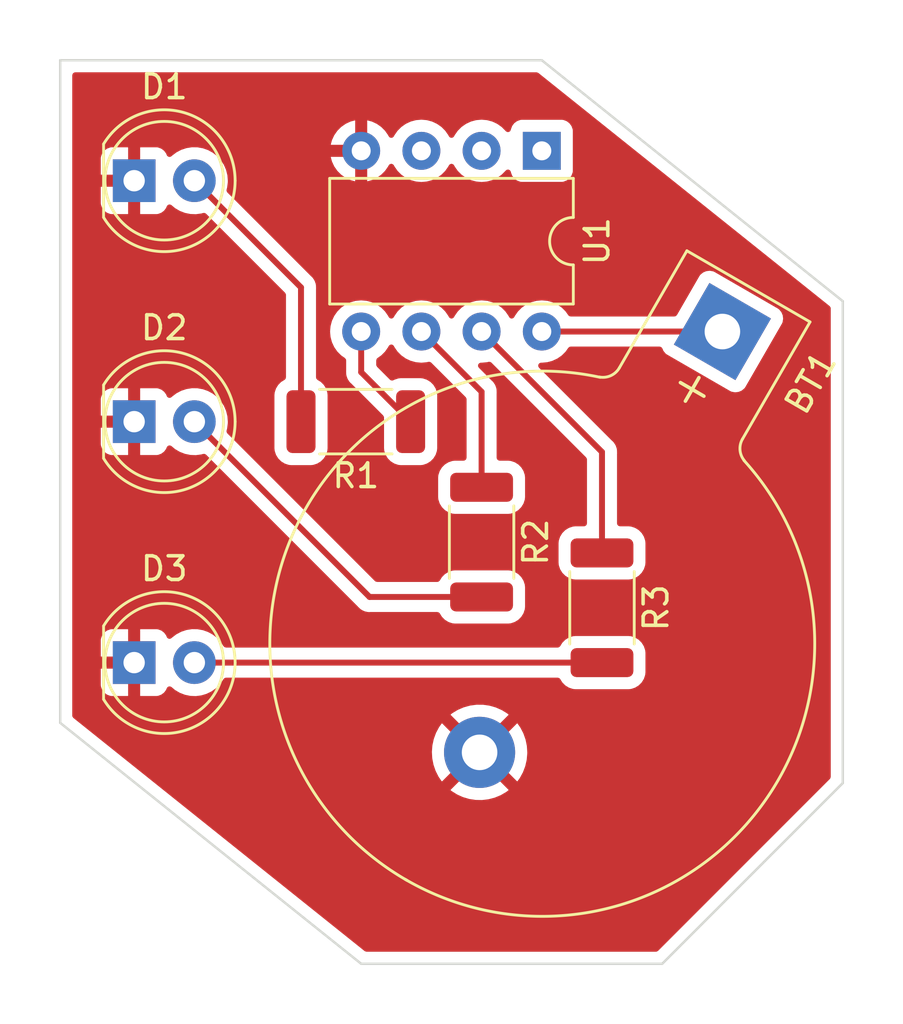
<source format=kicad_pcb>
(kicad_pcb (version 20211014) (generator pcbnew)
  (layers (0 "F.Cu" signal) (31 "B.Cu" signal) (34 "B.Paste" user) (35 "F.Paste" user) (36 "B.SilkS" user "B.Silkscreen") (37 "F.SilkS" user "F.Silkscreen") (38 "B.Mask" user) (39 "F.Mask" user) (44 "Edge.Cuts" user))
  (net 0 "")
  (net 1 "GND")
  (net 2 "Net-(D1-Pad2)")
  (net 3 "Net-(D2-Pad2)")
  (net 4 "Net-(D3-Pad2)")
  (net 5 "Net-(R1-Pad1)")
  (net 6 "Net-(R2-Pad1)")
  (net 7 "Net-(R3-Pad1)")
  (net 11 "Net-(BT1-Pad1)")
  (footprint "Resistor_SMD:R_2010_5025Metric" (layer "F.Cu") (at 203.2 119.6075 -90)
    (fp_text reference "R3" (at 0 -2.28 90) (layer "F.SilkS"))
    (fp_text value "R")
    (fp_line (start -1.527064 -1.36) (end 1.527064 -1.36) (layer "F.SilkS") (width 0.12))
    (fp_line (start -1.527064 1.36) (end 1.527064 1.36) (layer "F.SilkS") (width 0.12))
    (pad "1" smd roundrect (at -2.3125 0 270) (size 1.225 2.65) (layers "F.Cu" "F.Paste" "F.Mask") (roundrect_rratio 0.204082) (net 7 "Net-(R3-Pad1)"))
    (pad "2" smd roundrect (at 2.3125 0 270) (size 1.225 2.65) (layers "F.Cu" "F.Paste" "F.Mask") (roundrect_rratio 0.204082) (net 4 "Net-(D3-Pad2)"))
  )
  (footprint "LED_THT:LED_D5.0mm" (layer "F.Cu") (at 183.46 101.6)
    (fp_text reference "D1" (at 1.27 -3.96) (layer "F.SilkS"))
    (fp_text value "LED")
    (fp_line (start -1.29 -1.545) (end -1.29 1.545) (layer "F.SilkS") (width 0.12))
    (fp_arc (start 4.26 -0.000462) (mid 2.072002 2.880433) (end -1.29 1.54483) (layer "F.SilkS") (width 0.12))
    (fp_arc (start -1.29 -1.54483) (mid 2.072002 -2.880433) (end 4.26 0.000462) (layer "F.SilkS") (width 0.12))
    (fp_circle (center 1.27 0) (end 3.77 0) (layer "F.SilkS") (width 0.12) (fill none))
    (pad "1" thru_hole rect (at 0 0) (size 1.8 1.8) (drill 0.9) (layers *.Cu *.Mask) (net 1 "GND"))
    (pad "2" thru_hole circle (at 2.54 0) (size 1.8 1.8) (drill 0.9) (layers *.Cu *.Mask) (net 2 "Net-(D1-Pad2)"))
  )
  (footprint "Resistor_SMD:R_2010_5025Metric" (layer "F.Cu") (at 192.8125 111.76 180)
    (fp_text reference "R1" (at 0 -2.28) (layer "F.SilkS"))
    (fp_text value "R")
    (fp_line (start -1.527064 -1.36) (end 1.527064 -1.36) (layer "F.SilkS") (width 0.12))
    (fp_line (start -1.527064 1.36) (end 1.527064 1.36) (layer "F.SilkS") (width 0.12))
    (pad "1" smd roundrect (at -2.3125 0 180) (size 1.225 2.65) (layers "F.Cu" "F.Paste" "F.Mask") (roundrect_rratio 0.204082) (net 5 "Net-(R1-Pad1)"))
    (pad "2" smd roundrect (at 2.3125 0 180) (size 1.225 2.65) (layers "F.Cu" "F.Paste" "F.Mask") (roundrect_rratio 0.204082) (net 2 "Net-(D1-Pad2)"))
  )
  (footprint "LED_THT:LED_D5.0mm" (layer "F.Cu") (at 183.46 121.92)
    (fp_text reference "D3" (at 1.27 -3.96) (layer "F.SilkS"))
    (fp_text value "LED")
    (fp_line (start -1.29 -1.545) (end -1.29 1.545) (layer "F.SilkS") (width 0.12))
    (fp_arc (start -1.29 -1.54483) (mid 2.072002 -2.880433) (end 4.26 0.000462) (layer "F.SilkS") (width 0.12))
    (fp_arc (start 4.26 -0.000462) (mid 2.072002 2.880433) (end -1.29 1.54483) (layer "F.SilkS") (width 0.12))
    (fp_circle (center 1.27 0) (end 3.77 0) (layer "F.SilkS") (width 0.12) (fill none))
    (pad "1" thru_hole rect (at 0 0) (size 1.8 1.8) (drill 0.9) (layers *.Cu *.Mask) (net 1 "GND"))
    (pad "2" thru_hole circle (at 2.54 0) (size 1.8 1.8) (drill 0.9) (layers *.Cu *.Mask) (net 4 "Net-(D3-Pad2)"))
  )
  (footprint "Resistor_SMD:R_2010_5025Metric" (layer "F.Cu") (at 198.12 116.84 -90)
    (fp_text reference "R2" (at 0 -2.28 90) (layer "F.SilkS"))
    (fp_text value "R")
    (fp_line (start -1.527064 1.36) (end 1.527064 1.36) (layer "F.SilkS") (width 0.12))
    (fp_line (start -1.527064 -1.36) (end 1.527064 -1.36) (layer "F.SilkS") (width 0.12))
    (pad "1" smd roundrect (at -2.3125 0 270) (size 1.225 2.65) (layers "F.Cu" "F.Paste" "F.Mask") (roundrect_rratio 0.204082) (net 6 "Net-(R2-Pad1)"))
    (pad "2" smd roundrect (at 2.3125 0 270) (size 1.225 2.65) (layers "F.Cu" "F.Paste" "F.Mask") (roundrect_rratio 0.204082) (net 3 "Net-(D2-Pad2)"))
  )
  (footprint "LED_THT:LED_D5.0mm" (layer "F.Cu") (at 183.46 111.76)
    (fp_text reference "D2" (at 1.27 -3.96) (layer "F.SilkS"))
    (fp_text value "LED")
    (fp_line (start -1.29 -1.545) (end -1.29 1.545) (layer "F.SilkS") (width 0.12))
    (fp_arc (start 4.26 -0.000462) (mid 2.072002 2.880433) (end -1.29 1.54483) (layer "F.SilkS") (width 0.12))
    (fp_arc (start -1.29 -1.54483) (mid 2.072002 -2.880433) (end 4.26 0.000462) (layer "F.SilkS") (width 0.12))
    (fp_circle (center 1.27 0) (end 3.77 0) (layer "F.SilkS") (width 0.12) (fill none))
    (pad "1" thru_hole rect (at 0 0) (size 1.8 1.8) (drill 0.9) (layers *.Cu *.Mask) (net 1 "GND"))
    (pad "2" thru_hole circle (at 2.54 0) (size 1.8 1.8) (drill 0.9) (layers *.Cu *.Mask) (net 3 "Net-(D2-Pad2)"))
  )
  (footprint "Package_DIP:DIP-8_W7.62mm" (layer "F.Cu") (at 200.66 100.34 -90)
    (fp_text reference "U1" (at 3.81 -2.33 90) (layer "F.SilkS"))
    (fp_text value "ATtiny13-20P")
    (fp_line (start 1.16 -1.33) (end 1.16 8.95) (layer "F.SilkS") (width 0.12))
    (fp_line (start 6.46 -1.33) (end 4.81 -1.33) (layer "F.SilkS") (width 0.12))
    (fp_line (start 6.46 8.95) (end 6.46 -1.33) (layer "F.SilkS") (width 0.12))
    (fp_line (start 2.81 -1.33) (end 1.16 -1.33) (layer "F.SilkS") (width 0.12))
    (fp_line (start 1.16 8.95) (end 6.46 8.95) (layer "F.SilkS") (width 0.12))
    (fp_arc (start 4.81 -1.33) (mid 3.81 -0.33) (end 2.81 -1.33) (layer "F.SilkS") (width 0.12))
    (pad "1" thru_hole rect (at 0 0 270) (size 1.6 1.6) (drill 0.8) (layers *.Cu *.Mask))
    (pad "2" thru_hole oval (at 0 2.54 270) (size 1.6 1.6) (drill 0.8) (layers *.Cu *.Mask))
    (pad "3" thru_hole oval (at 0 5.08 270) (size 1.6 1.6) (drill 0.8) (layers *.Cu *.Mask))
    (pad "4" thru_hole oval (at 0 7.62 270) (size 1.6 1.6) (drill 0.8) (layers *.Cu *.Mask) (net 1 "GND"))
    (pad "5" thru_hole oval (at 7.62 7.62 270) (size 1.6 1.6) (drill 0.8) (layers *.Cu *.Mask) (net 5 "Net-(R1-Pad1)"))
    (pad "6" thru_hole oval (at 7.62 5.08 270) (size 1.6 1.6) (drill 0.8) (layers *.Cu *.Mask) (net 6 "Net-(R2-Pad1)"))
    (pad "7" thru_hole oval (at 7.62 2.54 270) (size 1.6 1.6) (drill 0.8) (layers *.Cu *.Mask) (net 7 "Net-(R3-Pad1)"))
    (pad "8" thru_hole oval (at 7.62 0 270) (size 1.6 1.6) (drill 0.8) (layers *.Cu *.Mask) (net 11 "Net-(BT1-Pad1)"))
  )
  (footprint "Battery:BatteryHolder_Keystone_103_1x20mm" (layer "F.Cu") (at 208.28 107.96 -120)
    (fp_text reference "BT1" (at 0 -4.3 60) (layer "F.SilkS"))
    (fp_text value "Battery_Cell")
    (fp_text user "+" (at 2.75 0 60) (layer "F.SilkS") (effects (font (size 1.5 1.5))))
    (fp_line (start -2.2 3) (end 3.5 3) (layer "F.SilkS") (width 0.12))
    (fp_line (start -2.2 3) (end -2.2 -3) (layer "F.SilkS") (width 0.12))
    (fp_line (start -2.2 -3) (end 3.5 -3) (layer "F.SilkS") (width 0.12))
    (fp_arc (start 4.25 -3.5) (mid 16.993514 -11.35499) (end 26.695671 0.045281) (layer "F.SilkS") (width 0.12))
    (fp_arc (start 3.5 3) (mid 3.958861 3.144678) (end 4.251754 3.526384) (layer "F.SilkS") (width 0.12))
    (fp_arc (start 26.695671 -0.045281) (mid 16.993514 11.35499) (end 4.25 3.5) (layer "F.SilkS") (width 0.12))
    (fp_arc (start 4.251754 -3.526384) (mid 3.958861 -3.144679) (end 3.5 -3) (layer "F.SilkS") (width 0.12))
    (pad "1" thru_hole rect (at 0 0 240) (size 3 3) (drill 1.5) (layers *.Cu *.Mask) (net 11 "Net-(BT1-Pad1)"))
    (pad "2" thru_hole circle (at 20.49 0 240) (size 3 3) (drill 1.5) (layers *.Cu *.Mask) (net 1 "GND"))
  )
  (gr_line (start 180.34 124.46) (end 180.34 96.52) (layer "Edge.Cuts") (width 0.1))
  (gr_line (start 180.34 96.52) (end 200.66 96.52) (layer "Edge.Cuts") (width 0.1))
  (gr_line (start 205.74 134.62) (end 193.04 134.62) (layer "Edge.Cuts") (width 0.1))
  (gr_line (start 193.04 134.62) (end 180.34 124.46) (layer "Edge.Cuts") (width 0.1))
  (gr_line (start 200.66 96.52) (end 213.36 106.68) (layer "Edge.Cuts") (width 0.1))
  (gr_line (start 213.36 127) (end 205.74 134.62) (layer "Edge.Cuts") (width 0.1))
  (gr_line (start 213.36 106.68) (end 213.36 127) (layer "Edge.Cuts") (width 0.1))
  (segment (start 190.5 111.76) (end 190.5 106.1) (width 0.25) (layer "F.Cu") (net 2))
  (segment (start 190.5 106.1) (end 186 101.6) (width 0.25) (layer "F.Cu") (net 2))
  (segment (start 193.3925 119.1525) (end 198.12 119.1525) (width 0.25) (layer "F.Cu") (net 3))
  (segment (start 186 111.76) (end 193.3925 119.1525) (width 0.25) (layer "F.Cu") (net 3))
  (segment (start 203.2 121.92) (end 186 121.92) (width 0.25) (layer "F.Cu") (net 4))
  (segment (start 193.04 109.675) (end 195.125 111.76) (width 0.25) (layer "F.Cu") (net 5))
  (segment (start 193.04 107.96) (end 193.04 109.675) (width 0.25) (layer "F.Cu") (net 5))
  (segment (start 195.58 107.96) (end 198.12 110.5) (width 0.25) (layer "F.Cu") (net 6))
  (segment (start 198.12 110.5) (end 198.12 114.5275) (width 0.25) (layer "F.Cu") (net 6))
  (segment (start 203.2 113.04) (end 203.2 117.295) (width 0.25) (layer "F.Cu") (net 7))
  (segment (start 198.12 107.96) (end 203.2 113.04) (width 0.25) (layer "F.Cu") (net 7))
  (segment (start 200.66 107.96) (end 208.28 107.96) (width 0.25) (layer "F.Cu") (net 11))
  (zone (net 1) (net_name "GND") (layer "F.Cu") (name "plan masse") (connect_pads (clearance 0.508)) (min_thickness 0.254) (fill yes (thermal_gap 0.508) (thermal_bridge_width 0.508))
    (polygon (pts (xy 215.9 137.16) (xy 177.8 137.16) (xy 177.8 93.98) (xy 215.9 93.98)))
  )
)
</source>
